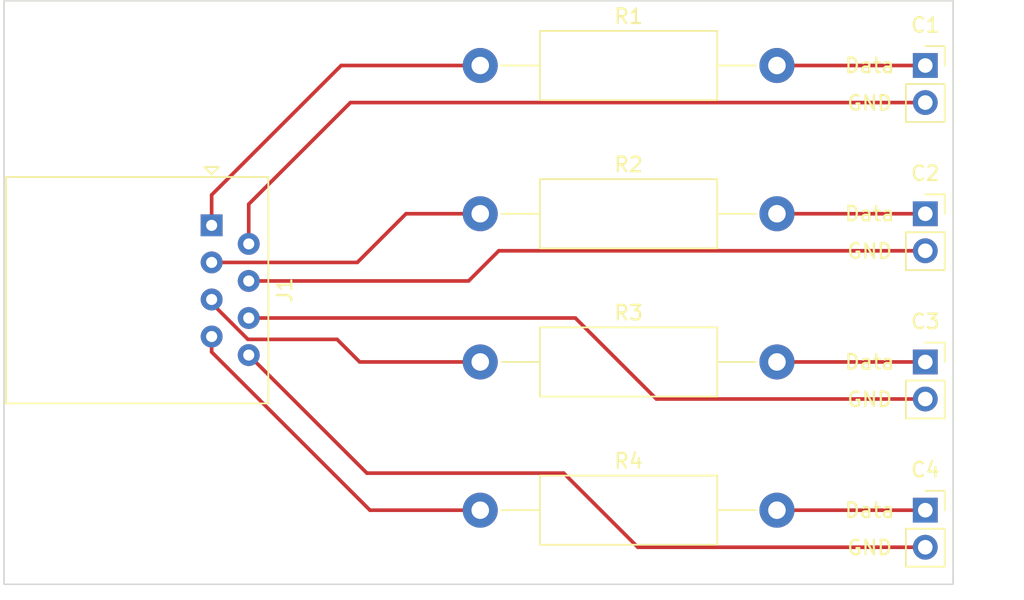
<source format=kicad_pcb>
(kicad_pcb (version 20211014) (generator pcbnew)
  (layers (0 "F.Cu" signal) (31 "B.Cu" signal) (34 "B.Paste" user) (35 "F.Paste" user) (36 "B.SilkS" user "B.Silkscreen") (37 "F.SilkS" user "F.Silkscreen") (38 "B.Mask" user) (39 "F.Mask" user) (44 "Edge.Cuts" user))
  (net 0 "")
  (net 1 "Net-(C1-Pad1)")
  (net 2 "Net-(J1-Pad2)")
  (net 3 "Net-(C2-Pad1)")
  (net 4 "Net-(J1-Pad4)")
  (net 5 "Net-(C3-Pad1)")
  (net 6 "Net-(J1-Pad6)")
  (net 7 "Net-(C4-Pad1)")
  (net 8 "Net-(J1-Pad8)")
  (net 9 "Net-(J1-Pad1)")
  (net 10 "Net-(J1-Pad3)")
  (net 11 "Net-(J1-Pad5)")
  (net 12 "Net-(J1-Pad7)")
  (footprint "Connector_PinSocket_2.54mm:PinSocket_1x02_P2.54mm_Vertical" (layer "F.Cu") (at 119.38 71.12)
    (fp_text reference "C4" (at 0 -2.77) (layer "F.SilkS"))
    (fp_text value "Conn_01x02_Male")
    (fp_line (start -1.33 1.27) (end -1.33 3.87) (layer "F.SilkS") (width 0.12))
    (fp_line (start 1.33 -1.33) (end 1.33 0) (layer "F.SilkS") (width 0.12))
    (fp_line (start 0 -1.33) (end 1.33 -1.33) (layer "F.SilkS") (width 0.12))
    (fp_line (start 1.33 1.27) (end 1.33 3.87) (layer "F.SilkS") (width 0.12))
    (fp_line (start -1.33 1.27) (end 1.33 1.27) (layer "F.SilkS") (width 0.12))
    (fp_line (start -1.33 3.87) (end 1.33 3.87) (layer "F.SilkS") (width 0.12))
    (pad "1" thru_hole rect (at 0 0) (size 1.7 1.7) (drill 1) (layers *.Cu *.Mask) (net 7 "Net-(C4-Pad1)"))
    (pad "2" thru_hole oval (at 0 2.54) (size 1.7 1.7) (drill 1) (layers *.Cu *.Mask) (net 8 "Net-(J1-Pad8)"))
  )
  (footprint "Resistor_THT:R_Axial_DIN0414_L11.9mm_D4.5mm_P20.32mm_Horizontal" (layer "F.Cu") (at 88.9 60.96)
    (fp_text reference "R3" (at 10.16 -3.37) (layer "F.SilkS"))
    (fp_text value "330")
    (fp_line (start 16.23 -2.37) (end 4.09 -2.37) (layer "F.SilkS") (width 0.12))
    (fp_line (start 4.09 -2.37) (end 4.09 2.37) (layer "F.SilkS") (width 0.12))
    (fp_line (start 16.23 2.37) (end 16.23 -2.37) (layer "F.SilkS") (width 0.12))
    (fp_line (start 4.09 2.37) (end 16.23 2.37) (layer "F.SilkS") (width 0.12))
    (fp_line (start 18.88 0) (end 16.23 0) (layer "F.SilkS") (width 0.12))
    (fp_line (start 1.44 0) (end 4.09 0) (layer "F.SilkS") (width 0.12))
    (pad "1" thru_hole circle (at 0 0) (size 2.4 2.4) (drill 1.2) (layers *.Cu *.Mask) (net 11 "Net-(J1-Pad5)"))
    (pad "2" thru_hole oval (at 20.32 0) (size 2.4 2.4) (drill 1.2) (layers *.Cu *.Mask) (net 5 "Net-(C3-Pad1)"))
  )
  (footprint "Connector_PinSocket_2.54mm:PinSocket_1x02_P2.54mm_Vertical" (layer "F.Cu") (at 119.38 40.64)
    (fp_text reference "C1" (at 0 -2.77) (layer "F.SilkS"))
    (fp_text value "Conn_01x02_Male")
    (fp_line (start 1.33 1.27) (end 1.33 3.87) (layer "F.SilkS") (width 0.12))
    (fp_line (start 1.33 -1.33) (end 1.33 0) (layer "F.SilkS") (width 0.12))
    (fp_line (start 0 -1.33) (end 1.33 -1.33) (layer "F.SilkS") (width 0.12))
    (fp_line (start -1.33 1.27) (end 1.33 1.27) (layer "F.SilkS") (width 0.12))
    (fp_line (start -1.33 3.87) (end 1.33 3.87) (layer "F.SilkS") (width 0.12))
    (fp_line (start -1.33 1.27) (end -1.33 3.87) (layer "F.SilkS") (width 0.12))
    (pad "1" thru_hole rect (at 0 0) (size 1.7 1.7) (drill 1) (layers *.Cu *.Mask) (net 1 "Net-(C1-Pad1)"))
    (pad "2" thru_hole oval (at 0 2.54) (size 1.7 1.7) (drill 1) (layers *.Cu *.Mask) (net 2 "Net-(J1-Pad2)"))
  )
  (footprint "Connector_PinSocket_2.54mm:PinSocket_1x02_P2.54mm_Vertical" (layer "F.Cu") (at 119.38 50.8)
    (fp_text reference "C2" (at 0 -2.77) (layer "F.SilkS"))
    (fp_text value "Conn_01x02_Male")
    (fp_line (start -1.33 1.27) (end -1.33 3.87) (layer "F.SilkS") (width 0.12))
    (fp_line (start -1.33 1.27) (end 1.33 1.27) (layer "F.SilkS") (width 0.12))
    (fp_line (start -1.33 3.87) (end 1.33 3.87) (layer "F.SilkS") (width 0.12))
    (fp_line (start 1.33 -1.33) (end 1.33 0) (layer "F.SilkS") (width 0.12))
    (fp_line (start 0 -1.33) (end 1.33 -1.33) (layer "F.SilkS") (width 0.12))
    (fp_line (start 1.33 1.27) (end 1.33 3.87) (layer "F.SilkS") (width 0.12))
    (pad "1" thru_hole rect (at 0 0) (size 1.7 1.7) (drill 1) (layers *.Cu *.Mask) (net 3 "Net-(C2-Pad1)"))
    (pad "2" thru_hole oval (at 0 2.54) (size 1.7 1.7) (drill 1) (layers *.Cu *.Mask) (net 4 "Net-(J1-Pad4)"))
  )
  (footprint "Resistor_THT:R_Axial_DIN0414_L11.9mm_D4.5mm_P20.32mm_Horizontal" (layer "F.Cu") (at 88.9 40.64)
    (fp_text reference "R1" (at 10.16 -3.37) (layer "F.SilkS"))
    (fp_text value "330")
    (fp_line (start 4.09 -2.37) (end 4.09 2.37) (layer "F.SilkS") (width 0.12))
    (fp_line (start 1.44 0) (end 4.09 0) (layer "F.SilkS") (width 0.12))
    (fp_line (start 16.23 -2.37) (end 4.09 -2.37) (layer "F.SilkS") (width 0.12))
    (fp_line (start 16.23 2.37) (end 16.23 -2.37) (layer "F.SilkS") (width 0.12))
    (fp_line (start 18.88 0) (end 16.23 0) (layer "F.SilkS") (width 0.12))
    (fp_line (start 4.09 2.37) (end 16.23 2.37) (layer "F.SilkS") (width 0.12))
    (pad "1" thru_hole circle (at 0 0) (size 2.4 2.4) (drill 1.2) (layers *.Cu *.Mask) (net 9 "Net-(J1-Pad1)"))
    (pad "2" thru_hole oval (at 20.32 0) (size 2.4 2.4) (drill 1.2) (layers *.Cu *.Mask) (net 1 "Net-(C1-Pad1)"))
  )
  (footprint "Connector_PinSocket_2.54mm:PinSocket_1x02_P2.54mm_Vertical" (layer "F.Cu") (at 119.38 60.96)
    (fp_text reference "C3" (at 0 -2.77) (layer "F.SilkS"))
    (fp_text value "Conn_01x02_Male")
    (fp_line (start -1.33 1.27) (end 1.33 1.27) (layer "F.SilkS") (width 0.12))
    (fp_line (start -1.33 1.27) (end -1.33 3.87) (layer "F.SilkS") (width 0.12))
    (fp_line (start -1.33 3.87) (end 1.33 3.87) (layer "F.SilkS") (width 0.12))
    (fp_line (start 0 -1.33) (end 1.33 -1.33) (layer "F.SilkS") (width 0.12))
    (fp_line (start 1.33 1.27) (end 1.33 3.87) (layer "F.SilkS") (width 0.12))
    (fp_line (start 1.33 -1.33) (end 1.33 0) (layer "F.SilkS") (width 0.12))
    (pad "1" thru_hole rect (at 0 0) (size 1.7 1.7) (drill 1) (layers *.Cu *.Mask) (net 5 "Net-(C3-Pad1)"))
    (pad "2" thru_hole oval (at 0 2.54) (size 1.7 1.7) (drill 1) (layers *.Cu *.Mask) (net 6 "Net-(J1-Pad6)"))
  )
  (footprint "Resistor_THT:R_Axial_DIN0414_L11.9mm_D4.5mm_P20.32mm_Horizontal" (layer "F.Cu") (at 88.9 71.12)
    (fp_text reference "R4" (at 10.16 -3.37) (layer "F.SilkS"))
    (fp_text value "330")
    (fp_line (start 4.09 -2.37) (end 4.09 2.37) (layer "F.SilkS") (width 0.12))
    (fp_line (start 16.23 -2.37) (end 4.09 -2.37) (layer "F.SilkS") (width 0.12))
    (fp_line (start 1.44 0) (end 4.09 0) (layer "F.SilkS") (width 0.12))
    (fp_line (start 18.88 0) (end 16.23 0) (layer "F.SilkS") (width 0.12))
    (fp_line (start 16.23 2.37) (end 16.23 -2.37) (layer "F.SilkS") (width 0.12))
    (fp_line (start 4.09 2.37) (end 16.23 2.37) (layer "F.SilkS") (width 0.12))
    (pad "1" thru_hole circle (at 0 0) (size 2.4 2.4) (drill 1.2) (layers *.Cu *.Mask) (net 12 "Net-(J1-Pad7)"))
    (pad "2" thru_hole oval (at 20.32 0) (size 2.4 2.4) (drill 1.2) (layers *.Cu *.Mask) (net 7 "Net-(C4-Pad1)"))
  )
  (footprint "Resistor_THT:R_Axial_DIN0414_L11.9mm_D4.5mm_P20.32mm_Horizontal" (layer "F.Cu") (at 88.9 50.8)
    (fp_text reference "R2" (at 10.16 -3.37) (layer "F.SilkS"))
    (fp_text value "330")
    (fp_line (start 4.09 2.37) (end 16.23 2.37) (layer "F.SilkS") (width 0.12))
    (fp_line (start 18.88 0) (end 16.23 0) (layer "F.SilkS") (width 0.12))
    (fp_line (start 16.23 2.37) (end 16.23 -2.37) (layer "F.SilkS") (width 0.12))
    (fp_line (start 1.44 0) (end 4.09 0) (layer "F.SilkS") (width 0.12))
    (fp_line (start 16.23 -2.37) (end 4.09 -2.37) (layer "F.SilkS") (width 0.12))
    (fp_line (start 4.09 -2.37) (end 4.09 2.37) (layer "F.SilkS") (width 0.12))
    (pad "1" thru_hole circle (at 0 0) (size 2.4 2.4) (drill 1.2) (layers *.Cu *.Mask) (net 10 "Net-(J1-Pad3)"))
    (pad "2" thru_hole oval (at 20.32 0) (size 2.4 2.4) (drill 1.2) (layers *.Cu *.Mask) (net 3 "Net-(C2-Pad1)"))
  )
  (footprint "Connector_RJ:RJ45_Amphenol_54602-x08_Horizontal" (layer "F.Cu") (at 70.505 51.5975 -90)
    (fp_text reference "J1" (at 4.445 -5 90) (layer "F.SilkS"))
    (fp_text value "RJ45")
    (fp_line (start 12.205 -3.88) (end -3.315 -3.88) (layer "F.SilkS") (width 0.12))
    (fp_line (start -3.315 14.08) (end 12.205 14.08) (layer "F.SilkS") (width 0.12))
    (fp_line (start -4 0.5) (end -3.5 0) (layer "F.SilkS") (width 0.12))
    (fp_line (start -4 -0.5) (end -4 0.5) (layer "F.SilkS") (width 0.12))
    (fp_line (start 12.205 -3.88) (end 12.205 14.08) (layer "F.SilkS") (width 0.12))
    (fp_line (start -3.5 0) (end -4 -0.5) (layer "F.SilkS") (width 0.12))
    (fp_line (start -3.315 -3.88) (end -3.315 14.08) (layer "F.SilkS") (width 0.12))
    (pad "" np_thru_hole circle (at 10.16 6.35 270) (size 3.2 3.2) (drill 3.2) (layers *.Cu *.Mask))
    (pad "" np_thru_hole circle (at -1.27 6.35 270) (size 3.2 3.2) (drill 3.2) (layers *.Cu *.Mask))
    (pad "1" thru_hole rect (at 0 0 270) (size 1.5 1.5) (drill 0.76) (layers *.Cu *.Mask) (net 9 "Net-(J1-Pad1)"))
    (pad "2" thru_hole circle (at 1.27 -2.54 270) (size 1.5 1.5) (drill 0.76) (layers *.Cu *.Mask) (net 2 "Net-(J1-Pad2)"))
    (pad "3" thru_hole circle (at 2.54 0 270) (size 1.5 1.5) (drill 0.76) (layers *.Cu *.Mask) (net 10 "Net-(J1-Pad3)"))
    (pad "4" thru_hole circle (at 3.81 -2.54 270) (size 1.5 1.5) (drill 0.76) (layers *.Cu *.Mask) (net 4 "Net-(J1-Pad4)"))
    (pad "5" thru_hole circle (at 5.08 0 270) (size 1.5 1.5) (drill 0.76) (layers *.Cu *.Mask) (net 11 "Net-(J1-Pad5)"))
    (pad "6" thru_hole circle (at 6.35 -2.54 270) (size 1.5 1.5) (drill 0.76) (layers *.Cu *.Mask) (net 6 "Net-(J1-Pad6)"))
    (pad "7" thru_hole circle (at 7.62 0 270) (size 1.5 1.5) (drill 0.76) (layers *.Cu *.Mask) (net 12 "Net-(J1-Pad7)"))
    (pad "8" thru_hole circle (at 8.89 -2.54 270) (size 1.5 1.5) (drill 0.76) (layers *.Cu *.Mask) (net 8 "Net-(J1-Pad8)"))
  )
  (gr_rect (start 56.285 36.2) (end 121.285 76.2) (layer "Edge.Cuts") (width 0.1) (fill none))
  (gr_text "Data\n" (at 115.57 50.8) (layer "F.SilkS") (effects (font (size 1 1))))
  (gr_text "GND" (at 115.57 53.37) (layer "F.SilkS") (effects (font (size 1 1))))
  (gr_text "Data\n" (at 115.57 60.96) (layer "F.SilkS") (effects (font (size 1 1))))
  (gr_text "GND" (at 115.57 73.69) (layer "F.SilkS") (effects (font (size 1 1))))
  (gr_text "GND" (at 115.57 63.53) (layer "F.SilkS") (effects (font (size 1 1))))
  (gr_text "GND" (at 115.57 43.21) (layer "F.SilkS") (effects (font (size 1 1))))
  (gr_text "Data\n" (at 115.57 71.12) (layer "F.SilkS") (effects (font (size 1 1))))
  (gr_text "Data\n" (at 115.57 40.64) (layer "F.SilkS") (effects (font (size 1 1))))
  (segment (start 109.22 40.64) (end 119.38 40.64) (width 0.25) (layer "F.Cu") (net 1))
  (segment (start 73.045 52.8675) (end 73.045 50.145) (width 0.25) (layer "F.Cu") (net 2))
  (segment (start 73.045 50.145) (end 80.01 43.18) (width 0.25) (layer "F.Cu") (net 2))
  (segment (start 80.01 43.18) (end 119.38 43.18) (width 0.25) (layer "F.Cu") (net 2))
  (segment (start 109.22 50.8) (end 119.38 50.8) (width 0.25) (layer "F.Cu") (net 3))
  (segment (start 90.17 53.34) (end 119.38 53.34) (width 0.25) (layer "F.Cu") (net 4))
  (segment (start 88.1025 55.4075) (end 90.17 53.34) (width 0.25) (layer "F.Cu") (net 4))
  (segment (start 73.045 55.4075) (end 88.1025 55.4075) (width 0.25) (layer "F.Cu") (net 4))
  (segment (start 109.22 60.96) (end 119.38 60.96) (width 0.25) (layer "F.Cu") (net 5))
  (segment (start 100.965 63.5) (end 119.38 63.5) (width 0.25) (layer "F.Cu") (net 6))
  (segment (start 95.4125 57.9475) (end 100.965 63.5) (width 0.25) (layer "F.Cu") (net 6))
  (segment (start 73.045 57.9475) (end 95.4125 57.9475) (width 0.25) (layer "F.Cu") (net 6))
  (segment (start 109.22 71.12) (end 119.38 71.12) (width 0.25) (layer "F.Cu") (net 7))
  (segment (start 94.615 68.58) (end 99.695 73.66) (width 0.25) (layer "F.Cu") (net 8))
  (segment (start 99.695 73.66) (end 119.38 73.66) (width 0.25) (layer "F.Cu") (net 8))
  (segment (start 73.045 60.4875) (end 81.1375 68.58) (width 0.25) (layer "F.Cu") (net 8))
  (segment (start 81.1375 68.58) (end 94.615 68.58) (width 0.25) (layer "F.Cu") (net 8))
  (segment (start 70.505 51.5975) (end 70.505 49.51) (width 0.25) (layer "F.Cu") (net 9))
  (segment (start 79.375 40.64) (end 88.9 40.64) (width 0.25) (layer "F.Cu") (net 9))
  (segment (start 70.505 49.51) (end 79.375 40.64) (width 0.25) (layer "F.Cu") (net 9))
  (segment (start 70.505 54.1375) (end 80.4825 54.1375) (width 0.25) (layer "F.Cu") (net 10))
  (segment (start 83.82 50.8) (end 88.9 50.8) (width 0.25) (layer "F.Cu") (net 10))
  (segment (start 80.4825 54.1375) (end 83.82 50.8) (width 0.25) (layer "F.Cu") (net 10))
  (segment (start 80.645 60.96) (end 88.9 60.96) (width 0.25) (layer "F.Cu") (net 11))
  (segment (start 79.0975 59.4125) (end 80.645 60.96) (width 0.25) (layer "F.Cu") (net 11))
  (segment (start 70.505 56.92778) (end 72.98972 59.4125) (width 0.25) (layer "F.Cu") (net 11))
  (segment (start 72.98972 59.4125) (end 79.0975 59.4125) (width 0.25) (layer "F.Cu") (net 11))
  (segment (start 70.505 56.6775) (end 70.505 56.92778) (width 0.25) (layer "F.Cu") (net 11))
  (segment (start 70.505 60.27816) (end 81.34684 71.12) (width 0.25) (layer "F.Cu") (net 12))
  (segment (start 81.34684 71.12) (end 88.9 71.12) (width 0.25) (layer "F.Cu") (net 12))
  (segment (start 70.505 59.2175) (end 70.505 60.27816) (width 0.25) (layer "F.Cu") (net 12))
)
</source>
